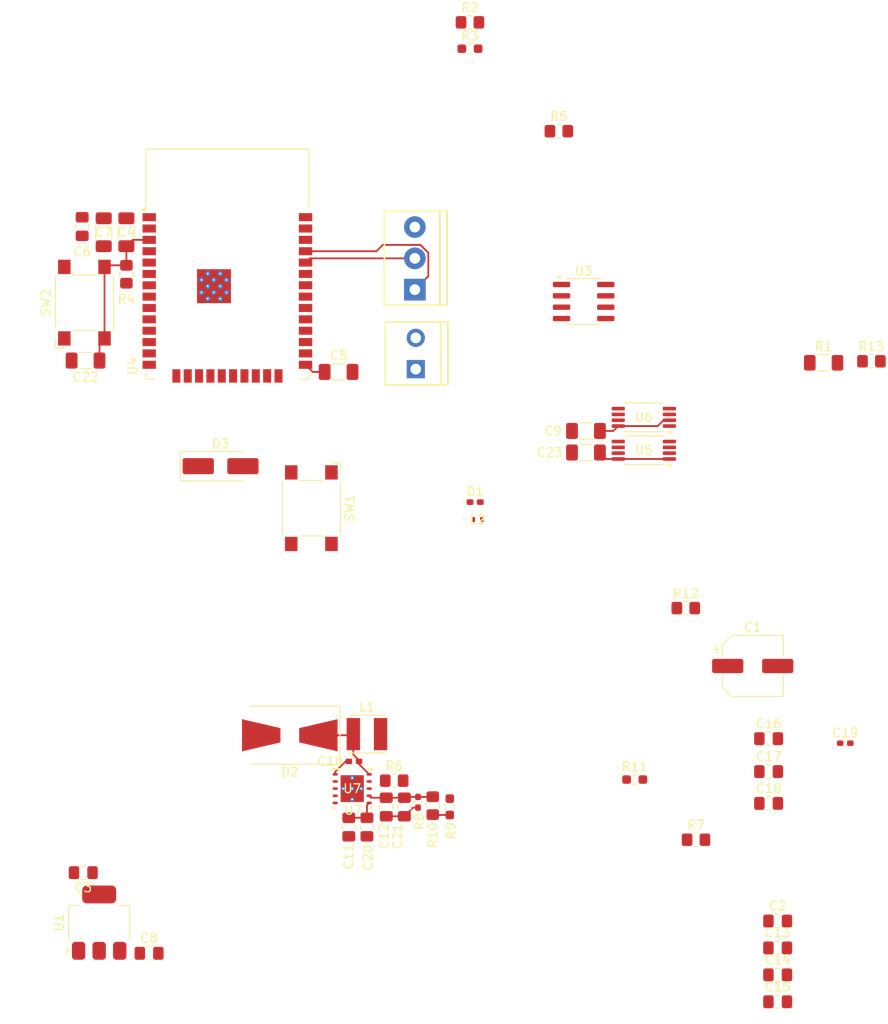
<source format=kicad_pcb>
(kicad_pcb (version 20240108) (generator "pcbnew") (generator_version "8.0")
  (layers (0 "F.Cu" signal) (31 "B.Cu" signal) (34 "B.Paste" user) (35 "F.Paste" user) (36 "B.SilkS" user "B.Silkscreen") (37 "F.SilkS" user "F.Silkscreen") (38 "B.Mask" user) (39 "F.Mask" user) (44 "Edge.Cuts" user))
  (net 0 "")
  (net 1 "VCC5")
  (net 2 "GND")
  (net 3 "/EN")
  (net 4 "/IO_0")
  (net 5 "VDD33")
  (net 6 "Net-(D2-K)")
  (net 7 "Net-(U7-BOOT)")
  (net 8 "Net-(D1-A)")
  (net 9 "Net-(D3-A1)")
  (net 10 "/TX_0")
  (net 11 "/RX_0")
  (net 12 "/VBUS_12")
  (net 13 "SDA_BUS")
  (net 14 "SCL_BUS")
  (net 15 "Net-(U7-PGOOD)")
  (net 16 "/PGOOD")
  (net 17 "Net-(R11-Pad2)")
  (net 18 "Net-(R12-Pad2)")
  (net 19 "Net-(U7-FB)")
  (net 20 "Net-(R10-Pad1)")
  (net 21 "Net-(U7-RT_SYNC)")
  (net 22 "/RX_2")
  (net 23 "/MB_INT_B")
  (net 24 "/MB_INT_A")
  (net 25 "/TX_2")
  (net 26 "/RS485_RE")
  (net 27 "/RS485_DE")
  (net 57 "Net-(U7-SS)")
  (footprint "Capacitor_SMD:C_0402_1005Metric_Pad0.74x0.62mm_HandSolder" (layer "F.Cu") (at 52.2645 95.885 180)
    (property "Reference" "C10" (at 2.667 0 360) (layer "F.SilkS"))
    (property "Value" "0.1uF")
    (pad "1" smd roundrect (at -0.5675 0 180) (size 0.735 0.62) (layers "F.Cu" "F.Paste" "F.Mask") (net 6 "Net-(D2-K)"))
    (pad "2" smd roundrect (at 0.5675 0 180) (size 0.735 0.62) (layers "F.Cu" "F.Paste" "F.Mask") (net 7 "Net-(U7-BOOT)"))
  )
  (footprint "Capacitor_SMD:C_0805_2012Metric_Pad1.18x1.45mm_HandSolder" (layer "F.Cu") (at 51.689 103.2295 90)
    (property "Reference" "C11" (at -3.302 0 90) (layer "F.SilkS"))
    (property "Value" "2.2nF")
    (pad "1" smd roundrect (at -1.0375 0 90) (size 1.175 1.45) (layers "F.Cu" "F.Paste" "F.Mask") (roundrect_rratio 0.212766) (net 2 "GND"))
    (pad "2" smd roundrect (at 1.0375 0 90) (size 1.175 1.45) (layers "F.Cu" "F.Paste" "F.Mask") (roundrect_rratio 0.212766) (net 57 "Net-(U7-SS)"))
  )
  (footprint "Capacitor_SMD:C_0805_2012Metric_Pad1.18x1.45mm_HandSolder" (layer "F.Cu") (at 98.679 97.028)
    (property "Reference" "C17" (at 0 -1.68 0) (layer "F.SilkS"))
    (property "Value" "10uF")
    (pad "1" smd roundrect (at -1.0375 0) (size 1.175 1.45) (layers "F.Cu" "F.Paste" "F.Mask") (roundrect_rratio 0.212766) (net 2 "GND"))
    (pad "2" smd roundrect (at 1.0375 0) (size 1.175 1.45) (layers "F.Cu" "F.Paste" "F.Mask") (roundrect_rratio 0.212766) (net 12 "/VBUS_12"))
  )
  (footprint "Package_SO:TSSOP-8_4.4x3mm_P0.65mm" (layer "F.Cu") (at 84.709 61.087 180)
    (property "Reference" "U5" (at 0 0 360) (layer "F.SilkS"))
    (property "Value" "AT24CS64-XHM")
    (pad "1" smd roundrect (at -2.8625 -0.975 180) (size 1.475 0.4) (layers "F.Cu" "F.Paste" "F.Mask") (net 5 "VDD33"))
    (pad "2" smd roundrect (at -2.8625 -0.325 180) (size 1.475 0.4) (layers "F.Cu" "F.Paste" "F.Mask"))
    (pad "3" smd roundrect (at -2.8625 0.325 180) (size 1.475 0.4) (layers "F.Cu" "F.Paste" "F.Mask"))
    (pad "4" smd roundrect (at -2.8625 0.975 180) (size 1.475 0.4) (layers "F.Cu" "F.Paste" "F.Mask") (net 2 "GND"))
    (pad "5" smd roundrect (at 2.8625 0.975 180) (size 1.475 0.4) (layers "F.Cu" "F.Paste" "F.Mask") (net 13 "SDA_BUS"))
    (pad "6" smd roundrect (at 2.8625 0.325 180) (size 1.475 0.4) (layers "F.Cu" "F.Paste" "F.Mask") (net 14 "SCL_BUS"))
    (pad "7" smd roundrect (at 2.8625 -0.325 180) (size 1.475 0.4) (layers "F.Cu" "F.Paste" "F.Mask"))
    (pad "8" smd roundrect (at 2.8625 -0.975 180) (size 1.475 0.4) (layers "F.Cu" "F.Paste" "F.Mask") (net 5 "VDD33"))
  )
  (footprint "Resistor_SMD:R_0805_2012Metric_Pad1.20x1.40mm_HandSolder" (layer "F.Cu") (at 110.1845 51.134)
    (property "Reference" "R13" (at 0 -1.65 0) (layer "F.SilkS"))
    (property "Value" "10K")
    (pad "1" smd roundrect (at -1 0) (size 1.2 1.4) (layers "F.Cu" "F.Paste" "F.Mask") (roundrect_rratio 0.208333) (net 5 "VDD33"))
    (pad "2" smd roundrect (at 1 0) (size 1.2 1.4) (layers "F.Cu" "F.Paste" "F.Mask") (roundrect_rratio 0.208333) (net 13 "SDA_BUS"))
  )
  (footprint "Capacitor_SMD:C_0805_2012Metric_Pad1.18x1.45mm_HandSolder" (layer "F.Cu") (at 98.679 93.345)
    (property "Reference" "C16" (at 0 -1.68 0) (layer "F.SilkS"))
    (property "Value" "10uF")
    (pad "1" smd roundrect (at -1.0375 0) (size 1.175 1.45) (layers "F.Cu" "F.Paste" "F.Mask") (roundrect_rratio 0.212766) (net 2 "GND"))
    (pad "2" smd roundrect (at 1.0375 0) (size 1.175 1.45) (layers "F.Cu" "F.Paste" "F.Mask") (roundrect_rratio 0.212766) (net 12 "/VBUS_12"))
  )
  (footprint "Capacitor_SMD:C_0805_2012Metric_Pad1.18x1.45mm_HandSolder" (layer "F.Cu") (at 55.88 100.9865 -90)
    (property "Reference" "C12" (at 3.2805 0.254 90) (layer "F.SilkS"))
    (property "Value" "100pF")
    (pad "1" smd roundrect (at -1.0375 0 270) (size 1.175 1.45) (layers "F.Cu" "F.Paste" "F.Mask") (roundrect_rratio 0.212766) (net 19 "Net-(U7-FB)"))
    (pad "2" smd roundrect (at 1.0375 0 270) (size 1.175 1.45) (layers "F.Cu" "F.Paste" "F.Mask") (roundrect_rratio 0.212766) (net 1 "VCC5"))
  )
  (footprint "Resistor_SMD:R_0603_1608Metric_Pad0.98x0.95mm_HandSolder" (layer "F.Cu") (at 62.992 100.965 -90)
    (property "Reference" "R9" (at 2.667 -0.127 90) (layer "F.SilkS"))
    (property "Value" "22k")
    (pad "1" smd roundrect (at -0.9125 0 270) (size 0.975 0.95) (layers "F.Cu" "F.Paste" "F.Mask") (net 2 "GND"))
    (pad "2" smd roundrect (at 0.9125 0 270) (size 0.975 0.95) (layers "F.Cu" "F.Paste" "F.Mask") (net 20 "Net-(R10-Pad1)"))
  )
  (footprint "Capacitor_SMD:CP_Elec_6.3x5.4" (layer "F.Cu") (at 96.901 85.217)
    (property "Reference" "C1" (at 0 -4.35 0) (layer "F.SilkS"))
    (property "Value" "47uF")
    (pad "1" smd roundrect (at -2.8 0) (size 3.5 1.6) (layers "F.Cu" "F.Paste" "F.Mask") (roundrect_rratio 0.15625) (net 12 "/VBUS_12"))
    (pad "2" smd roundrect (at 2.8 0) (size 3.5 1.6) (layers "F.Cu" "F.Paste" "F.Mask") (roundrect_rratio 0.15625) (net 2 "GND"))
  )
  (footprint "Package_SO:TSSOP-8_4.4x3mm_P0.65mm" (layer "F.Cu") (at 84.709 57.404 180)
    (property "Reference" "U6" (at 0 0 360) (layer "F.SilkS"))
    (property "Value" "AT24CS64-XHM")
    (pad "1" smd roundrect (at -2.8625 -0.975 180) (size 1.475 0.4) (layers "F.Cu" "F.Paste" "F.Mask"))
    (pad "2" smd roundrect (at -2.8625 -0.325 180) (size 1.475 0.4) (layers "F.Cu" "F.Paste" "F.Mask") (net 5 "VDD33"))
    (pad "3" smd roundrect (at -2.8625 0.325 180) (size 1.475 0.4) (layers "F.Cu" "F.Paste" "F.Mask"))
    (pad "4" smd roundrect (at -2.8625 0.975 180) (size 1.475 0.4) (layers "F.Cu" "F.Paste" "F.Mask") (net 2 "GND"))
    (pad "5" smd roundrect (at 2.8625 0.975 180) (size 1.475 0.4) (layers "F.Cu" "F.Paste" "F.Mask") (net 13 "SDA_BUS"))
    (pad "6" smd roundrect (at 2.8625 0.325 180) (size 1.475 0.4) (layers "F.Cu" "F.Paste" "F.Mask") (net 14 "SCL_BUS"))
    (pad "7" smd roundrect (at 2.8625 -0.325 180) (size 1.475 0.4) (layers "F.Cu" "F.Paste" "F.Mask"))
    (pad "8" smd roundrect (at 2.8625 -0.975 180) (size 1.475 0.4) (layers "F.Cu" "F.Paste" "F.Mask") (net 5 "VDD33"))
  )
  (footprint "Capacitor_SMD:C_0805_2012Metric_Pad1.18x1.45mm_HandSolder" (layer "F.Cu") (at 21.844 36.068 -90)
    (property "Reference" "C6" (at 2.794 0 180) (layer "F.SilkS"))
    (property "Value" "22uF")
    (pad "1" smd roundrect (at -1.0375 0 270) (size 1.175 1.45) (layers "F.Cu" "F.Paste" "F.Mask") (roundrect_rratio 0.212766) (net 2 "GND"))
    (pad "2" smd roundrect (at 1.0375 0 270) (size 1.175 1.45) (layers "F.Cu" "F.Paste" "F.Mask") (roundrect_rratio 0.212766) (net 5 "VDD33"))
  )
  (footprint "Resistor_SMD:R_0603_1608Metric_Pad0.98x0.95mm_HandSolder" (layer "F.Cu") (at 65.25 16.175)
    (property "Reference" "R3" (at 0 -1.43 0) (layer "F.SilkS"))
    (property "Value" "2K")
    (pad "1" smd roundrect (at -0.9125 0) (size 0.975 0.95) (layers "F.Cu" "F.Paste" "F.Mask") (net 5 "VDD33"))
    (pad "2" smd roundrect (at 0.9125 0) (size 0.975 0.95) (layers "F.Cu" "F.Paste" "F.Mask") (net 8 "Net-(D1-A)"))
  )
  (footprint "Capacitor_SMD:C_0805_2012Metric_Pad1.18x1.45mm_HandSolder" (layer "F.Cu") (at 99.695 116.751)
    (property "Reference" "C13" (at 0 -1.68 0) (layer "F.SilkS"))
    (property "Value" "10uF")
    (pad "1" smd roundrect (at -1.0375 0) (size 1.175 1.45) (layers "F.Cu" "F.Paste" "F.Mask") (roundrect_rratio 0.212766) (net 2 "GND"))
    (pad "2" smd roundrect (at 1.0375 0) (size 1.175 1.45) (layers "F.Cu" "F.Paste" "F.Mask") (roundrect_rratio 0.212766) (net 1 "VCC5"))
  )
  (footprint "LED_SMD:LED_0402_1005Metric_Pad0.77x0.64mm_HandSolder" (layer "F.Cu") (at 65.83 66.885)
    (property "Reference" "D1" (at 0 -1.17 0) (layer "F.SilkS"))
    (property "Value" "LED")
    (pad "1" smd roundrect (at -0.5725 0) (size 0.765 0.64) (layers "F.Cu" "F.Paste" "F.Mask") (net 2 "GND"))
    (pad "2" smd roundrect (at 0.5725 0) (size 0.765 0.64) (layers "F.Cu" "F.Paste" "F.Mask") (net 8 "Net-(D1-A)"))
  )
  (footprint "Package_TO_SOT_SMD:SOT-223-3_TabPin2" (layer "F.Cu") (at 23.749 113.919 90)
    (property "Reference" "U1" (at 0 -4.5 90) (layer "F.SilkS"))
    (property "Value" "AMS1117-3.3")
    (pad "1" smd roundrect (at -3.15 -2.3 90) (size 2 1.5) (layers "F.Cu" "F.Paste" "F.Mask") (net 2 "GND"))
    (pad "2" smd roundrect (at -3.15 0 90) (size 2 1.5) (layers "F.Cu" "F.Paste" "F.Mask") (net 5 "VDD33"))
    (pad "2" smd roundrect (at 3.15 0 90) (size 2 3.8) (layers "F.Cu" "F.Paste" "F.Mask") (net 5 "VDD33"))
    (pad "3" smd roundrect (at -3.15 2.3 90) (size 2 1.5) (layers "F.Cu" "F.Paste" "F.Mask") (net 1 "VCC5"))
  )
  (footprint "Resistor_SMD:R_0805_2012Metric_Pad1.20x1.40mm_HandSolder" (layer "F.Cu") (at 56.769 98.044)
    (property "Reference" "R6" (at 0 -1.65 0) (layer "F.SilkS"))
    (property "Value" "10K")
    (pad "1" smd roundrect (at -1 0) (size 1.2 1.4) (layers "F.Cu" "F.Paste" "F.Mask") (roundrect_rratio 0.208333) (net 16 "/PGOOD"))
    (pad "2" smd roundrect (at 1 0) (size 1.2 1.4) (layers "F.Cu" "F.Paste" "F.Mask") (roundrect_rratio 0.208333) (net 15 "Net-(U7-PGOOD)"))
  )
  (footprint "Resistor_SMD:R_0402_1005Metric_Pad0.72x0.64mm_HandSolder" (layer "F.Cu") (at 59.436 100.457 90)
    (property "Reference" "R8" (at -2.159 0.127 90) (layer "F.SilkS"))
    (property "Value" "390k")
    (pad "1" smd roundrect (at -0.5975 0 90) (size 0.715 0.64) (layers "F.Cu" "F.Paste" "F.Mask") (net 1 "VCC5"))
    (pad "2" smd roundrect (at 0.5975 0 90) (size 0.715 0.64) (layers "F.Cu" "F.Paste" "F.Mask") (net 19 "Net-(U7-FB)"))
  )
  (footprint "Capacitor_SMD:C_0805_2012Metric_Pad1.18x1.45mm_HandSolder" (layer "F.Cu") (at 99.695 122.771)
    (property "Reference" "C15" (at 0 -1.68 0) (layer "F.SilkS"))
    (property "Value" "22uF")
    (pad "1" smd roundrect (at -1.0375 0) (size 1.175 1.45) (layers "F.Cu" "F.Paste" "F.Mask") (roundrect_rratio 0.212766) (net 2 "GND"))
    (pad "2" smd roundrect (at 1.0375 0) (size 1.175 1.45) (layers "F.Cu" "F.Paste" "F.Mask") (roundrect_rratio 0.212766) (net 1 "VCC5"))
  )
  (footprint "Capacitor_SMD:C_1206_3216Metric_Pad1.33x1.80mm_HandSolder" (layer "F.Cu") (at 26.797 36.703 90)
    (property "Reference" "C4" (at 0 0 180) (layer "F.SilkS"))
    (property "Value" "0.1uF")
    (pad "1" smd roundrect (at -1.5625 0 90) (size 1.325 1.8) (layers "F.Cu" "F.Paste" "F.Mask") (roundrect_rratio 0.188679) (net 3 "/EN"))
    (pad "2" smd roundrect (at 1.5625 0 90) (size 1.325 1.8) (layers "F.Cu" "F.Paste" "F.Mask") (roundrect_rratio 0.188679) (net 2 "GND"))
  )
  (footprint "Capacitor_SMD:C_1206_3216Metric_Pad1.33x1.80mm_HandSolder" (layer "F.Cu") (at 78.232 61.341)
    (property "Reference" "C23" (at -4.064 0 360) (layer "F.SilkS"))
    (property "Value" "0.1uF")
    (pad "1" smd roundrect (at -1.5625 0) (size 1.325 1.8) (layers "F.Cu" "F.Paste" "F.Mask") (roundrect_rratio 0.188679) (net 2 "GND"))
    (pad "2" smd roundrect (at 1.5625 0) (size 1.325 1.8) (layers "F.Cu" "F.Paste" "F.Mask") (roundrect_rratio 0.188679) (net 5 "VDD33"))
  )
  (footprint "SparkFun-Connector:Screw_Terminal_3.5mm-2" (layer "F.Cu") (at 59.182 52.014 90)
    (property "Reference" "J1")
    (property "Value" "PWR")
    (pad "1" thru_hole rect (at 0 0 90) (size 2.032 2.032) (drill 1.2) (layers "*.Cu" "*.Mask") (net 9 "Net-(D3-A1)"))
    (pad "2" thru_hole circle (at 3.5 0 90) (size 2.032 2.032) (drill 1.2) (layers "*.Cu" "*.Mask") (net 2 "GND"))
  )
  (footprint "Capacitor_SMD:C_0805_2012Metric_Pad1.18x1.45mm_HandSolder" (layer "F.Cu") (at 21.971 108.331 180)
    (property "Reference" "C3" (at 0 -1.68 360) (layer "F.SilkS"))
    (property "Value" "22uF")
    (pad "1" smd roundrect (at -1.0375 0 180) (size 1.175 1.45) (layers "F.Cu" "F.Paste" "F.Mask") (roundrect_rratio 0.212766) (net 5 "VDD33"))
    (pad "2" smd roundrect (at 1.0375 0 180) (size 1.175 1.45) (layers "F.Cu" "F.Paste" "F.Mask") (roundrect_rratio 0.212766) (net 2 "GND"))
  )
  (footprint "Resistor_SMD:R_0805_2012Metric_Pad1.20x1.40mm_HandSolder" (layer "F.Cu") (at 75.2 25.4)
    (property "Reference" "R5" (at 0 -1.65 0) (layer "F.SilkS"))
    (property "Value" "10K")
    (pad "1" smd roundrect (at -1 0) (size 1.2 1.4) (layers "F.Cu" "F.Paste" "F.Mask") (roundrect_rratio 0.208333) (net 5 "VDD33"))
    (pad "2" smd roundrect (at 1 0) (size 1.2 1.4) (layers "F.Cu" "F.Paste" "F.Mask") (roundrect_rratio 0.208333) (net 14 "SCL_BUS"))
  )
  (footprint "RF_Module:ESP32-WROOM-32D" (layer "F.Cu") (at 38.1 43.265)
    (property "Reference" "U4" (at -10.61 8.43 90) (layer "F.SilkS"))
    (property "Value" "ESP32-WROOM-32D")
    (pad "1" smd rect (at -8.75 -8.25) (size 1.5 0.9) (layers "F.Cu" "F.Paste" "F.Mask") (net 2 "GND"))
    (pad "2" smd rect (at -8.75 -6.98) (size 1.5 0.9) (layers "F.Cu" "F.Paste" "F.Mask") (net 5 "VDD33"))
    (pad "3" smd rect (at -8.75 -5.71) (size 1.5 0.9) (layers "F.Cu" "F.Paste" "F.Mask") (net 3 "/EN"))
    (pad "4" smd rect (at -8.75 -4.44) (size 1.5 0.9) (layers "F.Cu" "F.Paste" "F.Mask"))
    (pad "5" smd rect (at -8.75 -3.17) (size 1.5 0.9) (layers "F.Cu" "F.Paste" "F.Mask"))
    (pad "6" smd rect (at -8.75 -1.9) (size 1.5 0.9) (layers "F.Cu" "F.Paste" "F.Mask"))
    (pad "7" smd rect (at -8.75 -0.63) (size 1.5 0.9) (layers "F.Cu" "F.Paste" "F.Mask"))
    (pad "8" smd rect (at -8.75 0.64) (size 1.5 0.9) (layers "F.Cu" "F.Paste" "F.Mask"))
    (pad "9" smd rect (at -8.75 1.91) (size 1.5 0.9) (layers "F.Cu" "F.Paste" "F.Mask"))
    (pad "10" smd rect (at -8.75 3.18) (size 1.5 0.9) (layers "F.Cu" "F.Paste" "F.Mask"))
    (pad "11" smd rect (at -8.75 4.45) (size 1.5 0.9) (layers "F.Cu" "F.Paste" "F.Mask"))
    (pad "12" smd rect (at -8.75 5.72) (size 1.5 0.9) (layers "F.Cu" "F.Paste" "F.Mask"))
    (pad "13" smd rect (at -8.75 6.99) (size 1.5 0.9) (layers "F.Cu" "F.Paste" "F.Mask") (net 26 "/RS485_RE"))
    (pad "14" smd rect (at -8.75 8.26) (size 1.5 0.9) (layers "F.Cu" "F.Paste" "F.Mask"))
    (pad "15" smd rect (at -5.71 9.51 90) (size 1.5 0.9) (layers "F.Cu" "F.Paste" "F.Mask") (net 2 "GND"))
    (pad "16" smd rect (at -4.44 9.51 90) (size 1.5 0.9) (layers "F.Cu" "F.Paste" "F.Mask") (net 16 "/PGOOD"))
    (pad "17" smd rect (at -3.17 9.51 90) (size 1.5 0.9) (layers "F.Cu" "F.Paste" "F.Mask"))
    (pad "18" smd rect (at -1.9 9.51 90) (size 1.5 0.9) (layers "F.Cu" "F.Paste" "F.Mask"))
    (pad "19" smd rect (at -0.63 9.51 90) (size 1.5 0.9) (layers "F.Cu" "F.Paste" "F.Mask"))
    (pad "20" smd rect (at 0.64 9.51 90) (size 1.5 0.9) (layers "F.Cu" "F.Paste" "F.Mask"))
    (pad "21" smd rect (at 1.91 9.51 90) (size 1.5 0.9) (layers "F.Cu" "F.Paste" "F.Mask"))
    (pad "22" smd rect (at 3.18 9.51 90) (size 1.5 0.9) (layers "F.Cu" "F.Paste" "F.Mask"))
    (pad "23" smd rect (at 4.45 9.51 90) (size 1.5 0.9) (layers "F.Cu" "F.Paste" "F.Mask") (net 27 "/RS485_DE"))
    (pad "24" smd rect (at 5.72 9.51 90) (size 1.5 0.9) (layers "F.Cu" "F.Paste" "F.Mask"))
    (pad "25" smd rect (at 8.75 8.26) (size 1.5 0.9) (layers "F.Cu" "F.Paste" "F.Mask") (net 4 "/IO_0"))
    (pad "26" smd rect (at 8.75 6.99) (size 1.5 0.9) (layers "F.Cu" "F.Paste" "F.Mask"))
    (pad "27" smd rect (at 8.75 5.72) (size 1.5 0.9) (layers "F.Cu" "F.Paste" "F.Mask") (net 22 "/RX_2"))
    (pad "28" smd rect (at 8.75 4.45) (size 1.5 0.9) (layers "F.Cu" "F.Paste" "F.Mask") (net 25 "/TX_2"))
    (pad "29" smd rect (at 8.75 3.18) (size 1.5 0.9) (layers "F.Cu" "F.Paste" "F.Mask"))
    (pad "30" smd rect (at 8.75 1.91) (size 1.5 0.9) (layers "F.Cu" "F.Paste" "F.Mask"))
    (pad "31" smd rect (at 8.75 0.64) (size 1.5 0.9) (layers "F.Cu" "F.Paste" "F.Mask"))
    (pad "32" smd rect (at 8.75 -0.63) (size 1.5 0.9) (layers "F.Cu" "F.Paste" "F.Mask"))
    (pad "33" smd rect (at 8.75 -1.9) (size 1.5 0.9) (layers "F.Cu" "F.Paste" "F.Mask") (net 13 "SDA_BUS"))
    (pad "34" smd rect (at 8.75 -3.17) (size 1.5 0.9) (layers "F.Cu" "F.Paste" "F.Mask") (net 11 "/RX_0"))
    (pad "35" smd rect (at 8.75 -4.44) (size 1.5 0.9) (layers "F.Cu" "F.Paste" "F.Mask") (net 10 "/TX_0"))
    (pad "36" smd rect (at 8.75 -5.71) (size 1.5 0.9) (layers "F.Cu" "F.Paste" "F.Mask") (net 14 "SCL_BUS"))
    (pad "37" smd rect (at 8.75 -6.98) (size 1.5 0.9) (layers "F.Cu" "F.Paste" "F.Mask"))
    (pad "38" smd rect (at 8.75 -8.25) (size 1.5 0.9) (layers "F.Cu" "F.Paste" "F.Mask") (net 2 "GND"))
    (pad "39" smd rect (at -2.9 -1.93) (size 0.9 0.9) (layers "F.Cu" "F.Paste") (net 2 "GND"))
    (pad "39" thru_hole circle (at -2.9 -1.23) (size 0.6 0.6) (drill 0.2) (property pad_prop_heatsink) (layers "*.Cu" "F.Mask") (net 2 "GND"))
    (pad "39" smd rect (at -2.9 -0.53) (size 0.9 0.9) (layers "F.Cu" "F.Paste") (net 2 "GND"))
    (pad "39" thru_hole circle (at -2.9 0.17) (size 0.6 0.6) (drill 0.2) (property pad_prop_heatsink) (layers "*.Cu" "F.Mask") (net 2 "GND"))
    (pad "39" smd rect (at -2.9 0.87) (size 0.9 0.9) (layers "F.Cu" "F.Paste") (net 2 "GND"))
    (pad "39" thru_hole circle (at -2.2 -1.93) (size 0.6 0.6) (drill 0.2) (property pad_prop_heatsink) (layers "*.Cu" "F.Mask") (net 2 "GND"))
    (pad "39" thru_hole circle (at -2.2 -0.53) (size 0.6 0.6) (drill 0.2) (property pad_prop_heatsink) (layers "*.Cu" "F.Mask") (net 2 "GND"))
    (pad "39" thru_hole circle (at -2.2 0.87) (size 0.6 0.6) (drill 0.2) (property pad_prop_heatsink) (layers "*.Cu" "F.Mask") (net 2 "GND"))
    (pad "39" thru_hole circle (at -1.525 -1.23) (size 0.6 0.6) (drill 0.2) (property pad_prop_heatsink) (layers "*.Cu" "F.Mask") (net 2 "GND"))
    (pad "39" thru_hole circle (at -1.525 0.17) (size 0.6 0.6) (drill 0.2) (property pad_prop_heatsink) (layers "*.Cu" "F.Mask") (net 2 "GND"))
    (pad "39" smd rect (at -1.5 -1.93) (size 0.9 0.9) (layers "F.Cu" "F.Paste") (net 2 "GND"))
    (pad "39" smd rect (at -1.5 -0.53) (size 0.9 0.9) (layers "F.Cu" "F.Paste") (net 2 "GND"))
    (pad "39" smd rect (at -1.5 -0.53) (size 3.8 3.8) (layers "F.Cu" "F.Mask") (net 2 "GND"))
    (pad "39" smd rect (at -1.5 0.87) (size 0.9 0.9) (layers "F.Cu" "F.Paste") (net 2 "GND"))
    (pad "39" thru_hole circle (at -0.8 -1.93) (size 0.6 0.6) (drill 0.2) (property pad_prop_heatsink) (layers "*.Cu" "F.Mask") (net 2 "GND"))
    (pad "39" thru_hole circle (at -0.8 -0.53) (size 0.6 0.6) (drill 0.2) (property pad_prop_heatsink) (layers "*.Cu" "F.Mask") (net 2 "GND"))
    (pad "39" thru_hole circle (at -0.8 0.87) (size 0.6 0.6) (drill 0.2) (property pad_prop_heatsink) (layers "*.Cu" "F.Mask") (net 2 "GND"))
    (pad "39" smd rect (at -0.1 -1.93) (size 0.9 0.9) (layers "F.Cu" "F.Paste") (net 2 "GND"))
    (pad "39" thru_hole circle (at -0.1 -1.23) (size 0.6 0.6) (drill 0.2) (property pad_prop_heatsink) (layers "*.Cu" "F.Mask") (net 2 "GND"))
    (pad "39" smd rect (at -0.1 -0.53) (size 0.9 0.9) (layers "F.Cu" "F.Paste") (net 2 "GND"))
    (pad "39" thru_hole circle (at -0.1 0.17) (size 0.6 0.6) (drill 0.2) (property pad_prop_heatsink) (layers "*.Cu" "F.Mask") (net 2 "GND"))
    (pad "39" smd rect (at -0.1 0.87) (size 0.9 0.9) (layers "F.Cu" "F.Paste") (net 2 "GND"))
  )
  (footprint "Capacitor_SMD:C_1206_3216Metric_Pad1.33x1.80mm_HandSolder" (layer "F.Cu") (at 24.257 36.703 -90)
    (property "Reference" "C7" (at 0 0 180) (layer "F.SilkS"))
    (property "Value" "0.1uF")
    (pad "1" smd roundrect (at -1.5625 0 270) (size 1.325 1.8) (layers "F.Cu" "F.Paste" "F.Mask") (roundrect_rratio 0.188679) (net 2 "GND"))
    (pad "2" smd roundrect (at 1.5625 0 270) (size 1.325 1.8) (layers "F.Cu" "F.Paste" "F.Mask") (roundrect_rratio 0.188679) (net 5 "VDD33"))
  )
  (footprint "Button_Switch_SMD:SW_SPST_Omron_B3FS-105xP" (layer "F.Cu") (at 22.098 44.577 90)
    (property "Reference" "SW2" (at 0 -4.3 90) (layer "F.SilkS"))
    (property "Value" "SW_Push")
    (pad "1" smd rect (at -4 -2.25 270) (size 1.6 1.4) (layers "F.Cu" "F.Paste" "F.Mask") (net 2 "GND"))
    (pad "1" smd rect (at 4 -2.25 270) (size 1.6 1.4) (layers "F.Cu" "F.Paste" "F.Mask") (net 2 "GND"))
    (pad "2" smd rect (at -4 2.25 270) (size 1.6 1.4) (layers "F.Cu" "F.Paste" "F.Mask") (net 3 "/EN"))
    (pad "2" smd rect (at 4 2.25 270) (size 1.6 1.4) (layers "F.Cu" "F.Paste" "F.Mask") (net 3 "/EN"))
  )
  (footprint "Button_Switch_SMD:SW_SPST_Omron_B3FS-105xP" (layer "F.Cu") (at 47.498 67.564 -90)
    (property "Reference" "SW1" (at 0 -4.3 90) (layer "F.SilkS"))
    (property "Value" "SW_Push")
    (pad "1" smd rect (at -4 -2.25 90) (size 1.6 1.4) (layers "F.Cu" "F.Paste" "F.Mask") (net 2 "GND"))
    (pad "1" smd rect (at 4 -2.25 90) (size 1.6 1.4) (layers "F.Cu" "F.Paste" "F.Mask") (net 2 "GND"))
    (pad "2" smd rect (at -4 2.25 90) (size 1.6 1.4) (layers "F.Cu" "F.Paste" "F.Mask") (net 4 "/IO_0"))
    (pad "2" smd rect (at 4 2.25 90) (size 1.6 1.4) (layers "F.Cu" "F.Paste" "F.Mask") (net 4 "/IO_0"))
  )
  (footprint "MPZ1005S121CT000:IND_1005_TDK-L" (layer "F.Cu") (at 66.108 68.8324)
    (property "Reference" "L2" (at 0 0 0) (layer "F.SilkS"))
    (property "Value" "MPZ1005S121CT000")
    (pad "1" smd rect (at -0.4662 0) (size 0.3724 0.5492) (layers "F.Cu" "F.Paste" "F.Mask") (net 12 "/VBUS_12"))
    (pad "2" smd rect (at 0.4662 0) (size 0.3724 0.5492) (layers "F.Cu" "F.Paste" "F.Mask") (net 9 "Net-(D3-A1)"))
  )
  (footprint "Capacitor_SMD:C_1206_3216Metric_Pad1.33x1.80mm_HandSolder" (layer "F.Cu") (at 50.546 52.324)
    (property "Reference" "C5" (at 0 -1.85 0) (layer "F.SilkS"))
    (property "Value" "0.1uF")
    (pad "1" smd roundrect (at -1.5625 0) (size 1.325 1.8) (layers "F.Cu" "F.Paste" "F.Mask") (roundrect_rratio 0.188679) (net 4 "/IO_0"))
    (pad "2" smd roundrect (at 1.5625 0) (size 1.325 1.8) (layers "F.Cu" "F.Paste" "F.Mask") (roundrect_rratio 0.188679) (net 2 "GND"))
  )
  (footprint "Capacitor_SMD:C_1206_3216Metric_Pad1.33x1.80mm_HandSolder" (layer "F.Cu") (at 22.225 51.054 180)
    (property "Reference" "C22" (at 0 -1.85 360) (layer "F.SilkS"))
    (property "Value" "0.1uF")
    (pad "1" smd roundrect (at -1.5625 0 180) (size 1.325 1.8) (layers "F.Cu" "F.Paste" "F.Mask") (roundrect_rratio 0.188679) (net 3 "/EN"))
    (pad "2" smd roundrect (at 1.5625 0 180) (size 1.325 1.8) (layers "F.Cu" "F.Paste" "F.Mask") (roundrect_rratio 0.188679) (net 2 "GND"))
  )
  (footprint "Resistor_SMD:R_0805_2012Metric_Pad1.20x1.40mm_HandSolder" (layer "F.Cu") (at 65.25 13.225)
    (property "Reference" "R2" (at 0 -1.65 0) (layer "F.SilkS"))
    (property "Value" "10K")
    (pad "1" smd roundrect (at -1 0) (size 1.2 1.4) (layers "F.Cu" "F.Paste" "F.Mask") (roundrect_rratio 0.208333) (net 5 "VDD33"))
    (pad "2" smd roundrect (at 1 0) (size 1.2 1.4) (layers "F.Cu" "F.Paste" "F.Mask") (roundrect_rratio 0.208333) (net 3 "/EN"))
  )
  (footprint "Diode_SMD:D_SMB-SMC_Universal_Handsoldering" (layer "F.Cu") (at 45.086 92.964 180)
    (property "Reference" "D2" (at 0 -4.1 360) (layer "F.SilkS"))
    (property "Value" "MBRS340T3G")
    (pad "1" smd trapezoid (at -3.2 0 180) (size 4.3 2.6) (rect_delta 1 0) (layers "F.Cu" "F.Paste" "F.Mask") (net 6 "Net-(D2-K)"))
    (pad "2" smd trapezoid (at 3.2 0) (size 4.3 2.6) (rect_delta 1 0) (layers "F.Cu" "F.Paste" "F.Mask") (net 2 "GND"))
  )
  (footprint "Capacitor_SMD:C_0402_1005Metric_Pad0.74x0.62mm_HandSolder" (layer "F.Cu") (at 107.2555 93.853)
    (property "Reference" "C19" (at 0 -1.16 0) (layer "F.SilkS"))
    (property "Value" "0.01uF")
    (pad "1" smd roundrect (at -0.5675 0) (size 0.735 0.62) (layers "F.Cu" "F.Paste" "F.Mask") (net 12 "/VBUS_12"))
    (pad "2" smd roundrect (at 0.5675 0) (size 0.735 0.62) (layers "F.Cu" "F.Paste" "F.Mask") (net 2 "GND"))
  )
  (footprint "LMR14020SQDPRTQ1:DPR0010A" (layer "F.Cu") (at 52.07 98.933)
    (property "Reference" "U7" (at 0 0 0) (layer "F.SilkS"))
    (property "Value" "LMR14020SQDPRTQ1")
    (fp_text user "U7" (at 0.127 2.413 0) (layer "F.SilkS"))
    (pad "1" smd oval (at -1.899999 -1.599999 90) (size 0.299999 0.599999) (layers "F.Cu" "F.Paste" "F.Mask") (net 7 "Net-(U7-BOOT)"))
    (pad "2" smd oval (at -1.899999 -0.800001 90) (size 0.299999 0.599999) (layers "F.Cu" "F.Paste" "F.Mask") (net 12 "/VBUS_12"))
    (pad "3" smd oval (at -1.899999 0 90) (size 0.299999 0.599999) (layers "F.Cu" "F.Paste" "F.Mask") (net 12 "/VBUS_12"))
    (pad "4" smd oval (at -1.899999 0.800001 90) (size 0.299999 0.599999) (layers "F.Cu" "F.Paste" "F.Mask") (net 12 "/VBUS_12"))
    (pad "5" smd oval (at -1.899999 1.599999 90) (size 0.299999 0.599999) (layers "F.Cu" "F.Paste" "F.Mask") (net 21 "Net-(U7-RT_SYNC)"))
    (pad "6" smd oval (at 1.899999 1.599999 90) (size 0.299999 0.599999) (layers "F.Cu" "F.Paste" "F.Mask") (net 57 "Net-(U7-SS)"))
    (pad "7" smd oval (at 1.899999 0.800001 90) (size 0.299999 0.599999) (layers "F.Cu" "F.Paste" "F.Mask") (net 19 "Net-(U7-FB)"))
    (pad "8" smd oval (at 1.899999 0 90) (size 0.299999 0.599999) (layers "F.Cu" "F.Paste" "F.Mask") (net 15 "Net-(U7-PGOOD)"))
    (pad "9" smd oval (at 1.899999 -0.800001 90) (size 0.299999 0.599999) (layers "F.Cu" "F.Paste" "F.Mask") (net 2 "GND"))
    (pad "10" smd oval (at 1.899999 -1.599999 90) (size 0.299999 0.599999) (layers "F.Cu" "F.Paste" "F.Mask") (net 6 "Net-(D2-K)"))
    (pad "11" smd rect (at 0 0 90) (size 2.999999 2.6) (layers "F.Cu" "F.Mask") (net 2 "GND"))
    (pad "V" thru_hole circle (at -1.000001 0) (size 0.499999 0.499999) (drill 0.2032) (layers "*.Cu" "*.Mask"))
    (pad "V" thru_hole circle (at 0 -1.2) (size 0.499999 0.499999) (drill 0.2032) (layers "*.Cu" "*.Mask"))
    (pad "V" thru_hole circle (at 0 0) (size 0.499999 0.499999) (drill 0.2032) (layers "*.Cu" "*.Mask"))
    (pad "V" thru_hole circle (at 0 1.2) (size 0.499999 0.499999) (drill 0.2032) (layers "*.Cu" "*.Mask"))
    (pad "V" thru_hole circle (at 0.999998 0) (size 0.499999 0.499999) (drill 0.2032) (layers "*.Cu" "*.Mask"))
  )
  (footprint "Capacitor_SMD:C_0805_2012Metric_Pad1.18x1.45mm_HandSolder" (layer "F.Cu") (at 29.337 117.348)
    (property "Reference" "C8" (at 0 -1.68 0) (layer "F.SilkS"))
    (property "Value" "22uF")
    (pad "1" smd roundrect (at -1.0375 0) (size 1.175 1.45) (layers "F.Cu" "F.Paste" "F.Mask") (roundrect_rratio 0.212766) (net 1 "VCC5"))
    (pad "2" smd roundrect (at 1.0375 0) (size 1.175 1.45) (layers "F.Cu" "F.Paste" "F.Mask") (roundrect_rratio 0.212766) (net 2 "GND"))
  )
  (footprint "Diode_SMD:D_SMA_Handsoldering" (layer "F.Cu") (at 37.338 62.865)
    (property "Reference" "D3" (at 0 -2.5 0) (layer "F.SilkS"))
    (property "Value" "SMAJ12A")
    (pad "1" smd roundrect (at -2.5 0) (size 3.5 1.8) (layers "F.Cu" "F.Paste" "F.Mask") (roundrect_rratio 0.1388888889) (net 9 "Net-(D3-A1)"))
    (pad "2" smd roundrect (at 2.5 0) (size 3.5 1.8) (layers "F.Cu" "F.Paste" "F.Mask") (roundrect_rratio 0.1388888889) (net 2 "GND"))
  )
  (footprint "Resistor_SMD:R_1206_3216Metric_Pad1.30x1.75mm_HandSolder" (layer "F.Cu") (at 104.8345 51.304)
    (property "Reference" "R1" (at 0 -1.82 0) (layer "F.SilkS"))
    (property "Value" "100R")
    (pad "1" smd roundrect (at -1.55 0) (size 1.3 1.75) (layers "F.Cu" "F.Paste" "F.Mask") (roundrect_rratio 0.192308) (net 24 "/MB_INT_A"))
    (pad "2" smd roundrect (at 1.55 0) (size 1.3 1.75) (layers "F.Cu" "F.Paste" "F.Mask") (roundrect_rratio 0.192308) (net 23 "/MB_INT_B"))
  )
  (footprint "Package_SO:SOIC-8_3.9x4.9mm_P1.27mm" (layer "F.Cu") (at 77.978 44.45)
    (property "Reference" "U3" (at 0 -3.4 0) (layer "F.SilkS"))
    (property "Value" "MAX3485")
    (pad "1" smd roundrect (at -2.475 -1.905) (size 1.95 0.6) (layers "F.Cu" "F.Paste" "F.Mask") (net 22 "/RX_2"))
    (pad "2" smd roundrect (at -2.475 -0.635) (size 1.95 0.6) (layers "F.Cu" "F.Paste" "F.Mask") (net 26 "/RS485_RE"))
    (pad "3" smd roundrect (at -2.475 0.635) (size 1.95 0.6) (layers "F.Cu" "F.Paste" "F.Mask") (net 27 "/RS485_DE"))
    (pad "4" smd roundrect (at -2.475 1.905) (size 1.95 0.6) (layers "F.Cu" "F.Paste" "F.Mask") (net 25 "/TX_2"))
    (pad "5" smd roundrect (at 2.475 1.905) (size 1.95 0.6) (layers "F.Cu" "F.Paste" "F.Mask") (net 2 "GND"))
    (pad "6" smd roundrect (at 2.475 0.635) (size 1.95 0.6) (layers "F.Cu" "F.Paste" "F.Mask") (net 24 "/MB_INT_A"))
    (pad "7" smd roundrect (at 2.475 -0.635) (size 1.95 0.6) (layers "F.Cu" "F.Paste" "F.Mask") (net 23 "/MB_INT_B"))
    (pad "8" smd roundrect (at 2.475 -1.905) (size 1.95 0.6) (layers "F.Cu" "F.Paste" "F.Mask") (net 5 "VDD33"))
  )
  (footprint "Resistor_SMD:R_0805_2012Metric_Pad1.20x1.40mm_HandSolder" (layer "F.Cu") (at 90.551 104.648)
    (property "Reference" "R7" (at 0 -1.65 0) (layer "F.SilkS"))
    (property "Value" "620R")
    (pad "1" smd roundrect (at -1 0) (size 1.2 1.4) (layers "F.Cu" "F.Paste" "F.Mask") (roundrect_rratio 0.208333) (net 17 "Net-(R11-Pad2)"))
    (pad "2" smd roundrect (at 1 0) (size 1.2 1.4) (layers "F.Cu" "F.Paste" "F.Mask") (roundrect_rratio 0.208333) (net 18 "Net-(R12-Pad2)"))
  )
  (footprint "Resistor_SMD:R_0805_2012Metric_Pad1.20x1.40mm_HandSolder" (layer "F.Cu") (at 26.797 41.402 90)
    (property "Reference" "R4" (at -2.794 0 180) (layer "F.SilkS"))
    (property "Value" "10K")
    (pad "1" smd roundrect (at -1 0 90) (size 1.2 1.4) (layers "F.Cu" "F.Paste" "F.Mask") (roundrect_rratio 0.208333) (net 5 "VDD33"))
    (pad "2" smd roundrect (at 1 0 90) (size 1.2 1.4) (layers "F.Cu" "F.Paste" "F.Mask") (roundrect_rratio 0.208333) (net 3 "/EN"))
  )
  (footprint "Capacitor_SMD:C_0805_2012Metric_Pad1.18x1.45mm_HandSolder" (layer "F.Cu") (at 99.695 119.761)
    (property "Reference" "C14" (at 0 -1.68 0) (layer "F.SilkS"))
    (property "Value" "10uF")
    (pad "1" smd roundrect (at -1.0375 0) (size 1.175 1.45) (layers "F.Cu" "F.Paste" "F.Mask") (roundrect_rratio 0.212766) (net 2 "GND"))
    (pad "2" smd roundrect (at 1.0375 0) (size 1.175 1.45) (layers "F.Cu" "F.Paste" "F.Mask") (roundrect_rratio 0.212766) (net 1 "VCC5"))
  )
  (footprint "WE 74404041047:L_Wurth_WE-LQS-4012" (layer "F.Cu") (at 53.722 92.837)
    (property "Reference" "L1" (at 0 -3 0) (layer "F.SilkS"))
    (property "Value" "4.7uH" (hide yes))
    (pad "1" smd rect (at -1.525 0) (size 1.5 3.6) (layers "F.Cu" "F.Paste" "F.Mask") (net 6 "Net-(D2-K)"))
    (pad "2" smd rect (at 1.525 0) (size 1.5 3.6) (layers "F.Cu" "F.Paste" "F.Mask") (net 1 "VCC5"))
  )
  (footprint "Resistor_SMD:R_0805_2012Metric_Pad1.20x1.40mm_HandSolder" (layer "F.Cu") (at 89.408 78.74)
    (property "Reference" "R12" (at 0 -1.65 0) (layer "F.SilkS"))
    (property "Value" "620R")
    (pad "1" smd roundrect (at -1 0) (size 1.2 1.4) (layers "F.Cu" "F.Paste" "F.Mask") (roundrect_rratio 0.208333) (net 21 "Net-(U7-RT_SYNC)"))
    (pad "2" smd roundrect (at 1 0) (size 1.2 1.4) (layers "F.Cu" "F.Paste" "F.Mask") (roundrect_rratio 0.208333) (net 18 "Net-(R12-Pad2)"))
  )
  (footprint "Capacitor_SMD:C_0805_2012Metric_Pad1.18x1.45mm_HandSolder" (layer "F.Cu") (at 99.695 113.741)
    (property "Reference" "C2" (at 0 -1.68 0) (layer "F.SilkS"))
    (property "Value" "10uF")
    (pad "1" smd roundrect (at -1.0375 0) (size 1.175 1.45) (layers "F.Cu" "F.Paste" "F.Mask") (roundrect_rratio 0.212766) (net 2 "GND"))
    (pad "2" smd roundrect (at 1.0375 0) (size 1.175 1.45) (layers "F.Cu" "F.Paste" "F.Mask") (roundrect_rratio 0.212766) (net 1 "VCC5"))
  )
  (footprint "Capacitor_SMD:C_0805_2012Metric_Pad1.18x1.45mm_HandSolder" (layer "F.Cu") (at 98.679 100.584)
    (property "Reference" "C18" (at 0 -1.68 0) (layer "F.SilkS"))
    (property "Value" "10uF")
    (pad "1" smd roundrect (at -1.0375 0) (size 1.175 1.45) (layers "F.Cu" "F.Paste" "F.Mask") (roundrect_rratio 0.212766) (net 2 "GND"))
    (pad "2" smd roundrect (at 1.0375 0) (size 1.175 1.45) (layers "F.Cu" "F.Paste" "F.Mask") (roundrect_rratio 0.212766) (net 12 "/VBUS_12"))
  )
  (footprint "Capacitor_SMD:C_1206_3216Metric_Pad1.33x1.80mm_HandSolder" (layer "F.Cu") (at 78.232 58.928 180)
    (property "Reference" "C9" (at 3.683 0 360) (layer "F.SilkS"))
    (property "Value" "0.1uF")
    (pad "1" smd roundrect (at -1.5625 0 180) (size 1.325 1.8) (layers "F.Cu" "F.Paste" "F.Mask") (roundrect_rratio 0.188679) (net 5 "VDD33"))
    (pad "2" smd roundrect (at 1.5625 0 180) (size 1.325 1.8) (layers "F.Cu" "F.Paste" "F.Mask") (roundrect_rratio 0.188679) (net 2 "GND"))
  )
  (footprint "Resistor_SMD:R_0603_1608Metric_Pad0.98x0.95mm_HandSolder" (layer "F.Cu") (at 83.693 97.917)
    (property "Reference" "R11" (at 0 -1.43 0) (layer "F.SilkS"))
    (property "Value" "22K")
    (pad "1" smd roundrect (at -0.9125 0) (size 0.975 0.95) (layers "F.Cu" "F.Paste" "F.Mask") (net 2 "GND"))
    (pad "2" smd roundrect (at 0.9125 0) (size 0.975 0.95) (layers "F.Cu" "F.Paste" "F.Mask") (net 17 "Net-(R11-Pad2)"))
  )
  (footprint "Capacitor_SMD:C_0805_2012Metric_Pad1.18x1.45mm_HandSolder" (layer "F.Cu") (at 53.721 103.2295 90)
    (property "Reference" "C20" (at -3.429 0.127 90) (layer "F.SilkS"))
    (property "Value" "2.2nF")
    (pad "1" smd roundrect (at -1.0375 0 90) (size 1.175 1.45) (layers "F.Cu" "F.Paste" "F.Mask") (roundrect_rratio 0.212766) (net 2 "GND"))
    (pad "2" smd roundrect (at 1.0375 0 90) (size 1.175 1.45) (layers "F.Cu" "F.Paste" "F.Mask") (roundrect_rratio 0.212766) (net 57 "Net-(U7-SS)"))
  )
  (footprint "SparkFun-Connector:Screw_Terminal_3.5mm-3" (layer "F.Cu") (at 59.082 43.124 90)
    (property "Reference" "J2")
    (property "Value" "UART")
    (pad "1" thru_hole rect (at 0 0 90) (size 2.413 2.413) (drill 1.2) (layers "*.Cu" "*.Mask") (net 10 "/TX_0"))
    (pad "2" thru_hole circle (at 3.5 0 90) (size 2.413 2.413) (drill 1.2) (layers "*.Cu" "*.Mask") (net 11 "/RX_0"))
    (pad "3" thru_hole circle (at 7 0 90) (size 2.413 2.413) (drill 1.2) (layers "*.Cu" "*.Mask") (net 2 "GND"))
  )
  (footprint "Capacitor_SMD:C_0805_2012Metric_Pad1.18x1.45mm_HandSolder" (layer "F.Cu") (at 57.912 100.9865 -90)
    (property "Reference" "C21" (at 3.2805 0.762 90) (layer "F.SilkS"))
    (property "Value" "100pF")
    (pad "1" smd roundrect (at -1.0375 0 270) (size 1.175 1.45) (layers "F.Cu" "F.Paste" "F.Mask") (roundrect_rratio 0.212766) (net 19 "Net-(U7-FB)"))
    (pad "2" smd roundrect (at 1.0375 0 270) (size 1.175 1.45) (layers "F.Cu" "F.Paste" "F.Mask") (roundrect_rratio 0.212766) (net 1 "VCC5"))
  )
  (footprint "Resistor_SMD:R_0805_2012Metric_Pad1.20x1.40mm_HandSolder" (layer "F.Cu") (at 61.087 100.838 90)
    (property "Reference" "R10" (at -3.302 0 90) (layer "F.SilkS"))
    (property "Value" "47k")
    (pad "1" smd roundrect (at -1 0 90) (size 1.2 1.4) (layers "F.Cu" "F.Paste" "F.Mask") (roundrect_rratio 0.208333) (net 20 "Net-(R10-Pad1)"))
    (pad "2" smd roundrect (at 1 0 90) (size 1.2 1.4) (layers "F.Cu" "F.Paste" "F.Mask") (roundrect_rratio 0.208333) (net 19 "Net-(U7-FB)"))
  )
  (segment (start 58.8815 101.0545) (end 57.912 102.024) (width 0.2) (layer "F.Cu") (net 1))
  (segment (start 57.912 102.024) (end 55.88 102.024) (width 0.2) (layer "F.Cu") (net 1))
  (segment (start 59.436 101.0545) (end 58.8815 101.0545) (width 0.2) (layer "F.Cu") (net 1))
  (segment (start 23.7875 51.054) (end 23.7875 49.1375) (width 0.2) (layer "F.Cu") (net 3))
  (segment (start 26.797 40.402) (end 26.797 38.2655) (width 0.2) (layer "F.Cu") (net 3))
  (segment (start 24.523 40.402) (end 24.348 40.577) (width 0.2) (layer "F.Cu") (net 3))
  (segment (start 23.7875 49.1375) (end 24.348 48.577) (width 0.2) (layer "F.Cu") (net 3))
  (segment (start 27.5075 37.555) (end 29.35 37.555) (width 0.2) (layer "F.Cu") (net 3))
  (segment (start 24.348 40.577) (end 24.348 48.577) (width 0.2) (layer "F.Cu") (net 3))
  (segment (start 26.797 40.402) (end 24.523 40.402) (width 0.2) (layer "F.Cu") (net 3))
  (segment (start 26.797 38.2655) (end 27.5075 37.555) (width 0.2) (layer "F.Cu") (net 3))
  (segment (start 47.649 52.324) (end 46.85 51.525) (width 0.2) (layer "F.Cu") (net 4))
  (segment (start 48.9835 52.324) (end 47.649 52.324) (width 0.2) (layer "F.Cu") (net 4))
  (segment (start 86.265544 58.379) (end 86.915544 57.729) (width 0.2) (layer "F.Cu") (net 5))
  (segment (start 79.7945 58.928) (end 81.2975 58.928) (width 0.2) (layer "F.Cu") (net 5))
  (segment (start 80.5155 62.062) (end 81.8465 62.062) (width 0.2) (layer "F.Cu") (net 5))
  (segment (start 81.8465 62.062) (end 87.5715 62.062) (width 0.2) (layer "F.Cu") (net 5))
  (segment (start 81.8465 58.379) (end 86.265544 58.379) (width 0.2) (layer "F.Cu") (net 5))
  (segment (start 86.915544 57.729) (end 87.5715 57.729) (width 0.2) (layer "F.Cu") (net 5))
  (segment (start 81.2975 58.928) (end 81.8465 58.379) (width 0.2) (layer "F.Cu") (net 5))
  (segment (start 79.7945 61.341) (end 80.5155 62.062) (width 0.2) (layer "F.Cu") (net 5))
  (segment (start 52.832 95.758) (end 52.197 95.123) (width 0.2) (layer "F.Cu") (net 6))
  (segment (start 52.07 92.964) (end 52.197 92.837) (width 0.2) (layer "F.Cu") (net 6))
  (segment (start 52.832 95.885) (end 52.832 95.758) (width 0.2) (layer "F.Cu") (net 6))
  (segment (start 52.832 96.195002) (end 53.969999 97.333001) (width 0.2) (layer "F.Cu") (net 6))
  (segment (start 52.197 95.123) (end 52.197 92.837) (width 0.2) (layer "F.Cu") (net 6))
  (segment (start 52.832 95.885) (end 52.832 96.195002) (width 0.2) (layer "F.Cu") (net 6))
  (segment (start 48.286 92.964) (end 52.07 92.964) (width 0.2) (layer "F.Cu") (net 6))
  (segment (start 50.170001 97.044499) (end 50.170001 97.333001) (width 0.2) (layer "F.Cu") (net 7))
  (segment (start 51.697 95.885) (end 51.3295 95.885) (width 0.2) (layer "F.Cu") (net 7))
  (segment (start 51.3295 95.885) (end 50.170001 97.044499) (width 0.2) (layer "F.Cu") (net 7))
  (segment (start 55.4905 38.1175) (end 54.783 38.825) (width 0.2) (layer "F.Cu") (net 10))
  (segment (start 59.706013 38.1175) (end 55.4905 38.1175) (width 0.2) (layer "F.Cu") (net 10))
  (segment (start 60.5885 41.6175) (end 60.5885 38.999987) (width 0.2) (layer "F.Cu") (net 10))
  (segment (start 59.082 43.124) (end 60.5885 41.6175) (width 0.2) (layer "F.Cu") (net 10))
  (segment (start 54.783 38.825) (end 46.85 38.825) (width 0.2) (layer "F.Cu") (net 10))
  (segment (start 60.5885 38.999987) (end 59.706013 38.1175) (width 0.2) (layer "F.Cu") (net 10))
  (segment (start 47.321 39.624) (end 46.85 40.095) (width 0.2) (layer "F.Cu") (net 11))
  (segment (start 59.082 39.624) (end 47.321 39.624) (width 0.2) (layer "F.Cu") (net 11))
  (segment (start 59.436 99.8595) (end 61.0655 99.8595) (width 0.2) (layer "F.Cu") (net 19))
  (segment (start 57.912 99.949) (end 55.88 99.949) (width 0.2) (layer "F.Cu") (net 19))
  (segment (start 55.88 99.949) (end 54.185998 99.949) (width 0.2) (layer "F.Cu") (net 19))
  (segment (start 61.0655 99.8595) (end 61.087 99.838) (width 0.2) (layer "F.Cu") (net 19))
  (segment (start 54.185998 99.949) (end 53.969999 99.733001) (width 0.2) (layer "F.Cu") (net 19))
  (segment (start 58.0015 99.8595) (end 57.912 99.949) (width 0.2) (layer "F.Cu") (net 19))
  (segment (start 59.436 99.8595) (end 58.0015 99.8595) (width 0.2) (layer "F.Cu") (net 19))
  (segment (start 62.992 101.8775) (end 61.1265 101.8775) (width 0.2) (layer "F.Cu") (net 20))
  (segment (start 61.1265 101.8775) (end 61.087 101.838) (width 0.2) (layer "F.Cu") (net 20))
  (segment (start 53.721 102.192) (end 53.721 100.781998) (width 0.2) (layer "F.Cu") (net 57))
  (segment (start 51.689 102.192) (end 53.721 102.192) (width 0.2) (layer "F.Cu") (net 57))
  (segment (start 53.721 100.781998) (end 53.969999 100.532999) (width 0.2) (layer "F.Cu") (net 57))
)
</source>
